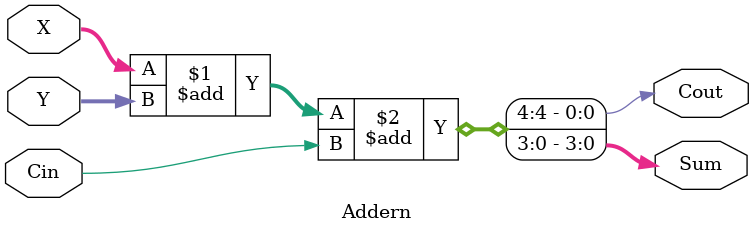
<source format=sv>

`default_nettype none

// A multi-bit adder
module Addern (Cin, X, Y, Sum, Cout);
    parameter n = 4;

    input  logic         Cin;
    input  logic [n-1:0] X, Y;
    output logic [n-1:0] Sum;
    output logic         Cout;

    assign {Cout, Sum} = X + Y + Cin;

endmodule

</source>
